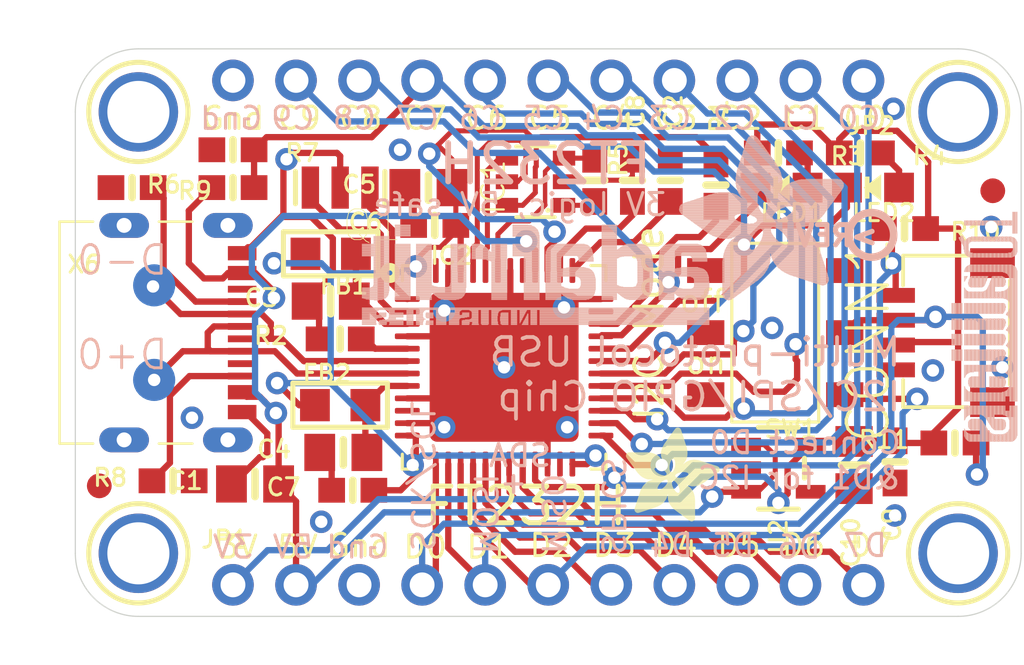
<source format=kicad_pcb>
(kicad_pcb (version 20211014) (generator pcbnew)
  (layers (0 "F.Cu" signal) (31 "B.Cu" signal) (34 "B.Paste" user) (35 "F.Paste" user) (36 "B.SilkS" user "B.Silkscreen") (37 "F.SilkS" user "F.Silkscreen") (38 "B.Mask" user) (39 "F.Mask" user) (44 "Edge.Cuts" user))
  (net 0 "")
  (net 1 "GND")
  (net 2 "+5V")
  (net 3 "D+")
  (net 4 "D-")
  (net 5 "N$2")
  (net 6 "N$3")
  (net 7 "1.8V")
  (net 8 "+3V3")
  (net 9 "VCCA")
  (net 10 "VPLL")
  (net 11 "VPHY")
  (net 12 "N$7")
  (net 13 "N$5")
  (net 14 "C8")
  (net 15 "C9")
  (net 16 "N$6")
  (net 17 "N$8")
  (net 18 "N$9")
  (net 19 "N$10")
  (net 20 "N$11")
  (net 21 "N$12")
  (net 22 "C7")
  (net 23 "D0/SCL/SCK")
  (net 24 "D1/SDA/MOSI")
  (net 25 "D2/SDA/MISO")
  (net 26 "D3")
  (net 27 "D4")
  (net 28 "D5")
  (net 29 "D6")
  (net 30 "D7")
  (net 31 "C0")
  (net 32 "C1")
  (net 33 "C2")
  (net 34 "C3")
  (net 35 "C4")
  (net 36 "C5")
  (net 37 "C6")
  (net 38 "CC1")
  (net 39 "CC2")
  (net 40 "VCC")
  (footprint "boardEagle:CHIPLED_0805_NOOUTLINE" (layer "F.Cu") (at 157.8991 99.1616 90)
    (fp_text reference "LED1")
    (fp_text value "green")
  )
  (footprint "boardEagle:0805-NO" (layer "F.Cu") (at 140.2461 109.8296 180)
    (fp_text reference "C4")
    (fp_text value "10uF")
  )
  (footprint "boardEagle:0603-NO" (layer "F.Cu") (at 162.4711 110.2106 -90)
    (fp_text reference "C9")
    (fp_text value "0.1uF")
  )
  (footprint "boardEagle:0603-NO" (layer "F.Cu") (at 153.416 98.8695 90)
    (fp_text reference "C2")
    (fp_text value "0.1uF")
  )
  (footprint "boardEagle:MOUNTINGHOLE_2.5_PLATED" (layer "F.Cu") (at 165.0111 113.8936)
    (fp_text reference "U$7" hide)
    (fp_text value "MOUNTINGHOLE2.5" hide)
  )
  (footprint "boardEagle:0603-NO" (layer "F.Cu") (at 155.2575 99.06 90)
    (fp_text reference "R1")
    (fp_text value "12K")
  )
  (footprint "boardEagle:SOT23-5" (layer "F.Cu") (at 157.7721 110.4646 -90)
    (fp_text reference "U2")
    (fp_text value "AP2112-3.3")
  )
  (footprint "boardEagle:0603-NO" (layer "F.Cu") (at 150.373412 98.871304 -90)
    (fp_text reference "R5")
    (fp_text value "2.2K")
  )
  (footprint "boardEagle:0603-NO" (layer "F.Cu") (at 157.7721 97.7646)
    (fp_text reference "R3")
    (fp_text value "1K")
  )
  (footprint "boardEagle:0603-NO" (layer "F.Cu") (at 161.0741 97.7646)
    (fp_text reference "R4")
    (fp_text value "1K")
  )
  (footprint "boardEagle:JST_SH4" (layer "F.Cu") (at 165.0111 105.0036 90)
    (fp_text reference "CONN1")
    (fp_text value "STEMMA_I2C_QT" hide)
  )
  (footprint "boardEagle:SOT23-6" (layer "F.Cu") (at 147.987493 98.925654 90)
    (fp_text reference "IC1")
    (fp_text value "93LC56B")
  )
  (footprint "boardEagle:0805-NO" (layer "F.Cu") (at 160.8201 110.3376 -90)
    (fp_text reference "C10")
    (fp_text value "10µF")
  )
  (footprint "boardEagle:CHIPLED_0805_NOOUTLINE" (layer "F.Cu") (at 161.5821 99.1616 90)
    (fp_text reference "LED2")
    (fp_text value "red")
  )
  (footprint "boardEagle:0603-NO" (layer "F.Cu") (at 135.8011 99.1616 180)
    (fp_text reference "R6")
    (fp_text value "5.1K")
  )
  (footprint "boardEagle:0805-NO" (layer "F.Cu") (at 136.6901 111.0996 180)
    (fp_text reference "C1")
    (fp_text value "10uF")
  )
  (footprint "boardEagle:ADAFRUIT_3.5MM" (layer "F.Cu") (at 151.6126 112.6236)
    (fp_text reference "U$2" hide)
    (fp_text value "" hide)
  )
  (footprint "boardEagle:0603-NO" (layer "F.Cu") (at 140.6271 111.3536 180)
    (fp_text reference "C7")
    (fp_text value "0.1uF")
  )
  (footprint "boardEagle:_0805" (layer "F.Cu") (at 139.7381 101.8286 180)
    (fp_text reference "FB1")
    (fp_text value "Ferrite")
  )
  (footprint "boardEagle:EG1390" (layer "F.Cu") (at 157.6451 105.0036 90)
    (fp_text reference "SW1")
    (fp_text value "")
  )
  (footprint "boardEagle:MOUNTINGHOLE_2.5_PLATED" (layer "F.Cu") (at 131.9911 96.1136)
    (fp_text reference "U$4" hide)
    (fp_text value "MOUNTINGHOLE2.5" hide)
  )
  (footprint "boardEagle:0603-NO" (layer "F.Cu") (at 135.8011 97.6376)
    (fp_text reference "R7")
    (fp_text value "12K")
  )
  (footprint "boardEagle:1X11_ROUND" (layer "F.Cu") (at 148.5011 115.1636)
    (fp_text reference "JP1")
    (fp_text value "")
  )
  (footprint "boardEagle:0603-NO" (layer "F.Cu") (at 164.8841 109.4486 180)
    (fp_text reference "R11")
    (fp_text value "12K")
  )
  (footprint "boardEagle:0603-NO" (layer "F.Cu") (at 151.892 98.8695 90)
    (fp_text reference "C8")
    (fp_text value "0.1uF")
  )
  (footprint "boardEagle:_0805" (layer "F.Cu") (at 140.1191 107.9246)
    (fp_text reference "FB2")
    (fp_text value "Ferrite")
  )
  (footprint "boardEagle:0603-NO" (layer "F.Cu") (at 133.3881 110.9726 180)
    (fp_text reference "R8")
    (fp_text value "5.1K")
  )
  (footprint "boardEagle:MOUNTINGHOLE_2.5_PLATED" (layer "F.Cu") (at 131.9911 113.8936)
    (fp_text reference "U$5" hide)
    (fp_text value "MOUNTINGHOLE2.5" hide)
  )
  (footprint "boardEagle:FIDUCIAL_1MM" (layer "F.Cu") (at 166.4081 99.2886)
    (fp_text reference "FID2" hide)
    (fp_text value "FIDUCIAL\"\"" hide)
  )
  (footprint "boardEagle:MOUNTINGHOLE_2.5_PLATED" (layer "F.Cu") (at 165.0111 96.1136)
    (fp_text reference "U$6" hide)
    (fp_text value "MOUNTINGHOLE2.5" hide)
  )
  (footprint "boardEagle:0603-NO" (layer "F.Cu") (at 162.8521 100.8126)
    (fp_text reference "R10")
    (fp_text value "12K")
  )
  (footprint "boardEagle:USB_C_CUSB31-CFM2AX-01-X" (layer "F.Cu") (at 132.6261 105.0036 -90)
    (fp_text reference "X6")
    (fp_text value "USBC")
  )
  (footprint "boardEagle:QFN48_8MM" (layer "F.Cu") (at 146.7231 106.4006)
    (fp_text reference "IC2")
    (fp_text value "FT232HQ")
  )
  (footprint "boardEagle:FIDUCIAL_1MM" (layer "F.Cu") (at 130.4163 111.1758)
    (fp_text reference "FID1" hide)
    (fp_text value "FIDUCIAL\"\"" hide)
  )
  (footprint "boardEagle:0805-NO" (layer "F.Cu") (at 143.6751 99.1616 180)
    (fp_text reference "C5")
    (fp_text value "10uF")
  )
  (footprint "boardEagle:0603-NO" (layer "F.Cu") (at 131.7371 99.1616)
    (fp_text reference "R9")
    (fp_text value "5.1K")
  )
  (footprint "boardEagle:RESONATOR-SMD" (layer "F.Cu") (at 140.1191 99.1616 180)
    (fp_text reference "Q1")
    (fp_text value "12MHz")
  )
  (footprint "boardEagle:0603-NO" (layer "F.Cu") (at 140.1191 105.2576 180)
    (fp_text reference "R2")
    (fp_text value "12K 1%")
  )
  (footprint "boardEagle:0603-NO" (layer "F.Cu") (at 143.9291 100.6856 180)
    (fp_text reference "C6")
    (fp_text value "0.1uF")
  )
  (footprint "boardEagle:1X11_ROUND" (layer "F.Cu") (at 148.5011 94.8436 180)
    (fp_text reference "JP2")
    (fp_text value "")
  )
  (footprint "boardEagle:0805-NO" (layer "F.Cu") (at 139.7381 103.7336 180)
    (fp_text reference "C3")
    (fp_text value "10uF")
  )
  (footprint "boardEagle:TP17R" (layer "B.Cu") (at 132.6261 106.9086 180)
    (fp_text reference "D+0")
    (fp_text value "TPTP17R")
  )
  (footprint "boardEagle:PCBFEAT-REV-040" (layer "B.Cu") (at 161.5186 101.0666 180)
    (fp_text reference "U$11" hide)
    (fp_text value "" hide)
  )
  (footprint "boardEagle:STEMMAQT" (layer "B.Cu") (at 164.7571 109.3851 90)
    (fp_text reference "U$8" hide)
    (fp_text value "" hide)
  )
  (footprint "boardEagle:TP17R" (layer "B.Cu") (at 132.6261 103.0986 180)
    (fp_text reference "D-0")
    (fp_text value "TPTP17R")
  )
  (footprint "boardEagle:ADAFRUIT_TEXT_20MM" (layer "B.Cu") (at 160.5661 104.6861 180)
    (fp_text reference "U$3" hide)
    (fp_text value "" hide)
  )
  (gr_arc (start 129.4511 96.1136) (mid 130.195049 94.317549) (end 131.9911 93.5736) (layer "Edge.Cuts") (width 0.05))
  (gr_line (start 165.0111 93.5736) (end 131.9911 93.5736) (layer "Edge.Cuts") (width 0.05))
  (gr_arc (start 131.9911 116.4336) (mid 130.195049 115.689651) (end 129.4511 113.8936) (layer "Edge.Cuts") (width 0.05))
  (gr_arc (start 165.0111 93.5736) (mid 166.807151 94.317549) (end 167.5511 96.1136) (layer "Edge.Cuts") (width 0.05))
  (gr_arc (start 167.5511 113.8936) (mid 166.807151 115.689651) (end 165.0111 116.4336) (layer "Edge.Cuts") (width 0.05))
  (gr_line (start 131.9911 116.4336) (end 165.0111 116.4336) (layer "Edge.Cuts") (width 0.05))
  (gr_line (start 129.4511 96.1136) (end 129.4511 113.8936) (layer "Edge.Cuts") (width 0.05))
  (gr_line (start 167.5511 113.8936) (end 167.5511 96.1136) (layer "Edge.Cuts") (width 0.05))
  (gr_text "C9" (at 139.1666 96.3676) (layer "B.SilkS") (effects (font (size 0.89408 0.89408) (thickness 0.12192)) (justify left mirror)))
  (gr_text "C8" (at 141.6431 96.3676) (layer "B.SilkS") (effects (font (size 0.89408 0.89408) (thickness 0.12192)) (justify left mirror)))
  (gr_text "3V" (at 135.8011 113.6396) (layer "B.SilkS") (effects (font (size 0.89408 0.89408) (thickness 0.12192)) (justify mirror)))
  (gr_text "C6" (at 146.7231 96.3676) (layer "B.SilkS") (effects (font (size 0.89408 0.89408) (thickness 0.12192)) (justify left mirror)))
  (gr_text "Gnd" (at 140.8176 113.6396) (layer "B.SilkS") (effects (font (size 0.89408 0.89408) (thickness 0.12192)) (justify mirror)))
  (gr_text "D6" (at 158.5976 113.6396) (layer "B.SilkS") (effects (font (size 0.89408 0.89408) (thickness 0.12192)) (justify mirror)))
  (gr_text "C0" (at 161.9631 96.3676) (layer "B.SilkS") (effects (font (size 0.89408 0.89408) (thickness 0.12192)) (justify left mirror)))
  (gr_text "MISO" (at 148.6916 112.3061 -90) (layer "B.SilkS") (effects (font (size 0.89408 0.89408) (thickness 0.12192)) (justify mirror)))
  (gr_text "C2" (at 156.9466 96.3676) (layer "B.SilkS") (effects (font (size 0.89408 0.89408) (thickness 0.12192)) (justify left mirror)))
  (gr_text "SPICS" (at 151.1046 111.9886 -90) (layer "B.SilkS") (effects (font (size 0.89408 0.89408) (thickness 0.12192)) (justify mirror)))
  (gr_text "D5" (at 155.9306 113.5761) (layer "B.SilkS") (effects (font (size 0.89408 0.89408) (thickness 0.12192)) (justify mirror)))
  (gr_text "+" (at 147.7391 111.0361) (layer "B.SilkS") (effects (font (size 0.88392 0.88392) (thickness 0.13208)) (justify left mirror)))
  (gr_text "C7" (at 144.1831 96.3676) (layer "B.SilkS") (effects (font (size 0.89408 0.89408) (thickness 0.12192)) (justify left mirror)))
  (gr_text "SDA" (at 148.6916 109.9566) (layer "B.SilkS") (effects (font (size 0.88392 0.88392) (thickness 0.13208)) (justify left mirror)))
  (gr_text "C5" (at 149.2631 96.3676) (layer "B.SilkS") (effects (font (size 0.89408 0.89408) (thickness 0.12192)) (justify left mirror)))
  (gr_text "5V" (at 138.2141 113.6396) (layer "B.SilkS") (effects (font (size 0.89408 0.89408) (thickness 0.12192)) (justify mirror)))
  (gr_text "Multi-protocol USB\nI2C/SPI/GPIO Chip" (at 162.7886 108.2421) (layer "B.SilkS") (effects (font (size 1.1176 1.1176) (thickness 0.1524)) (justify left bottom mirror)))
  (gr_text "C1" (at 159.4866 96.3676) (layer "B.SilkS") (effects (font (size 0.89408 0.89408) (thickness 0.12192)) (justify left mirror)))
  (gr_text "C3" (at 154.3431 96.3676) (layer "B.SilkS") (effects (font (size 0.89408 0.89408) (thickness 0.12192)) (justify left mirror)))
  (gr_text "Connect D0\n&D1 for I2C" (at 162.7886 110.1471) (layer "B.SilkS") (effects (font (size 0.88392 0.88392) (thickness 0.13208)) (justify left mirror)))
  (gr_text "SCK/SCL" (at 143.4211 110.7821 -90) (layer "B.SilkS") (effects (font (size 0.89408 0.89408) (thickness 0.12192)) (justify mirror)))
  (gr_text "FT232H" (at 148.3741 98.2091) (layer "B.SilkS") (effects (font (size 1.54686 1.54686) (thickness 0.23114)) (justify mirror)))
  (gr_text "3V logic, 5V safe" (at 153.3271 100.3681) (layer "B.SilkS") (effects (font (size 0.89408 0.89408) (thickness 0.12192)) (justify left bottom mirror)))
  (gr_text "D7" (at 161.2646 113.5761) (layer "B.SilkS") (effects (font (size 0.89408 0.89408) (thickness 0.12192)) (justify mirror)))
  (gr_text "D4" (at 153.4541 113.5761) (layer "B.SilkS") (effects (font (size 0.89408 0.89408) (thickness 0.12192)) (justify mirror)))
  (gr_text "Gnd" (at 137.0711 96.3676) (layer "B.SilkS") (effects (font (size 0.89408 0.89408) (thickness 0.12192)) (justify left mirror)))
  (gr_text "MOSI" (at 145.9611 112.3061 -90) (layer "B.SilkS") (effects (font (size 0.89408 0.89408) (thickness 0.12192)) (justify mirror)))
  (gr_text "C4" (at 151.6761 96.3676) (layer "B.SilkS") (effects (font (size 0.89408 0.89408) (thickness 0.12192)) (justify left mirror)))
  (gr_text "D1" (at 147.0406 113.6396) (layer "F.SilkS") (effects (font (size 0.89408 0.89408) (thickness 0.12192)) (justify right)))
  (gr_text "C2" (at 155.2956 96.3676) (layer "F.SilkS") (effects (font (size 0.89408 0.89408) (thickness 0.12192)) (justify left)))
  (gr_text "off" (at 154.7241 103.7336) (layer "F.SilkS") (effects (font (size 0.89408 0.89408) (thickness 0.12192))))
  (gr_text "C4" (at 150.1521 96.3676) (layer "F.SilkS") (effects (font (size 0.89408 0.89408) (thickness 0.12192)) (justify left)))
  (gr_text "Gnd" (at 134.4676 96.3676) (layer "F.SilkS") (effects (font (size 0.89408 0.89408) (thickness 0.12192)) (justify left)))
  (gr_text "D5" (at 155.2321 113.5761) (layer "F.SilkS") (effects (font (size 0.89408 0.89408) (thickness 0.12192)) (justify left)))
  (gr_text "C5" (at 147.6121 96.3676) (layer "F.SilkS") (effects (font (size 0.89408 0.89408) (thickness 0.12192)) (justify left)))
  (gr_text "I2C Mode" (at 152.5651 104.6226 90) (layer "F.SilkS") (effects (font (size 1.1176 1.1176) (thickness 0.1524))))
  (gr_text "on" (at 154.8511 106.2101) (layer "F.SilkS") (effects (font (size 0.89408 0.89408) (thickness 0.12192))))
  (gr_text "D6" (at 159.7406 113.5761) (layer "F.SilkS") (effects (font (size 0.89408 0.89408) (thickness 0.12192)) (justify right)))
  (gr_text "C3" (at 152.6921 96.3676) (layer "F.SilkS") (effects (font (size 0.89408 0.89408) (thickness 0.12192)) (justify left)))
  (gr_text "D7" (at 160.5661 113.5761) (layer "F.SilkS") (effects (font (size 0.89408 0.89408) (thickness 0.12192)) (justify left)))
  (gr_text "D4" (at 154.5971 113.5761) (layer "F.SilkS") (effects (font (size 0.89408 0.89408) (thickness 0.12192)) (justify right)))
  (gr_text "C9" (at 137.5156 96.3676) (layer "F.SilkS") (effects (font (size 0.89408 0.89408) (thickness 0.12192)) (justify left)))
  (gr_text "C0" (at 160.3121 96.3676) (layer "F.SilkS") (effects (font (size 0.89408 0.89408) (thickness 0.12192)) (justify left)))
  (gr_text "D3" (at 152.1206 113.5761) (layer "F.SilkS") (effects (font (size 0.89408 0.89408) (thickness 0.12192)) (justify right)))
  (gr_text "D2" (at 149.5806 113.5761) (layer "F.SilkS") (effects (font (size 0.89408 0.89408) (thickness 0.12192)) (justify right)))
  (gr_text "C6" (at 145.0721 96.3676) (layer "F.SilkS") (effects (font (size 0.89408 0.89408) (thickness 0.12192)) (justify left)))
  (gr_text "5V" (at 137.5156 113.6396) (layer "F.SilkS") (effects (font (size 0.89408 0.89408) (thickness 0.12192)) (justify left)))
  (gr_text "D0" (at 142.5956 113.6396) (layer "F.SilkS") (effects (font (size 0.89408 0.89408) (thickness 0.12192)) (justify left)))
  (gr_text "C8" (at 139.9921 96.3676) (layer "F.SilkS") (effects (font (size 0.89408 0.89408) (thickness 0.12192)) (justify left)))
  (gr_text "FT232H" (at 151.8031 111.9886) (layer "F.SilkS") (effects (font (size 1.475232 1.475232) (thickness 0.201168)) (justify right)))
  (gr_text "Gnd" (at 139.5476 113.5761) (layer "F.SilkS") (effects (font (size 0.89408 0.89408) (thickness 0.12192)) (justify left)))
  (gr_text "C7" (at 142.5956 96.3676) (layer "F.SilkS") (effects (font (size 0.89408 0.89408) (thickness 0.12192)) (justify left)))
  (gr_text "3V" (at 135.1026 113.6396) (layer "F.SilkS") (effects (font (size 0.89408 0.89408) (thickness 0.12192)) (justify left)))
  (gr_text "C1" (at 157.8991 96.3676) (layer "F.SilkS") (effects (font (size 0.89408 0.89408) (thickness 0.12192)) (justify left)))
  (segment (start 137.1829 109.0676) (end 137.1829 109.8448) (width 0.254) (layer "F.Cu") (net 1))
  (segment (start 146.9731 102.5006) (end 146.9731 104.4956) (width 0.254) (layer "F.Cu") (net 1))
  (segment (start 148.4731 108.5316) (end 146.7231 106.7816) (width 0.254) (layer "F.Cu") (net 1))
  (segment (start 139.7771 110.3106) (end 139.7771 111.3536) (width 0.254) (layer "F.Cu") (net 1))
  (segment (start 142.8231 107.6506) (end 145.7271 107.6506) (width 0.254) (layer "F.Cu") (net 1))
  (segment (start 151.720096 98.863604) (end 151.892 98.6917) (width 0.2032) (layer "F.Cu") (net 1))
  (segment (start 151.892 98.6917) (end 151.892 98.0195) (width 0.2032) (layer "F.Cu") (net 1))
  (segment (start 146.7231 106.7816) (end 146.5961 106.7816) (width 0.254) (layer "F.Cu") (net 1))
  (segment (start 144.4731 102.5006) (end 144.4731 105.1666) (width 0.254) (layer "F.Cu") (net 1))
  (segment (start 146.9731 104.4956) (end 146.9731 106.1506) (width 0.254) (layer "F.Cu") (net 1))
  (segment (start 145.7271 107.6506) (end 146.4691 106.9086) (width 0.254) (layer "F.Cu") (net 1))
  (segment (start 138.7881 103.7336) (end 139.8239 102.6978) (width 0.254) (layer "F.Cu") (net 1))
  (segment (start 144.7271 108.6506) (end 145.7271 107.6506) (width 0.254) (layer "F.Cu") (net 1))
  (segment (start 139.2961 109.8296) (end 139.7771 110.3106) (width 0.254) (layer "F.Cu") (net 1))
  (segment (start 136.3189 108.2036) (end 137.1829 109.0676) (width 0.254) (layer "F.Cu") (net 1))
  (segment (start 139.9921 97.7646) (end 140.1191 97.8916) (width 0.254) (layer "F.Cu") (net 1))
  (segment (start 140.1191 97.8916) (end 140.1191 99.1616) (width 0.254) (layer "F.Cu") (net 1))
  (segment (start 136.1711 101.8036) (end 136.4069 101.5678) (width 0.254) (layer "F.Cu") (net 1))
  (segment (start 149.137493 98.925654) (end 149.199543 98.863604) (width 0.2032) (layer "F.Cu") (net 1))
  (segment (start 138.952275 100.3418) (end 137.8331 100.3418) (width 0.254) (layer "F.Cu") (net 1))
  (segment (start 150.6231 103.6506) (end 147.8181 103.6506) (width 0.254) (layer "F.Cu") (net 1))
  (segment (start 139.2691 104.2146) (end 139.2691 105.2576) (width 0.254) (layer "F.Cu") (net 1))
  (segment (start 144.4571 105.1506) (end 144.4731 105.1666) (width 0.254) (layer "F.Cu") (net 1))
  (segment (start 144.4731 105.1666) (end 146.2151 106.9086) (width 0.254) (layer "F.Cu") (net 1))
  (segment (start 139.8239 102.6978) (end 139.8239 101.213425) (width 0.254) (layer "F.Cu") (net 1))
  (segment (start 136.51635 101.5678) (end 137.8331 100.25105) (width 0.254) (layer "F.Cu") (net 1))
  (segment (start 137.8331 100.25105) (end 137.8331 98.1456) (width 0.254) (layer "F.Cu") (net 1))
  (segment (start 146.4691 106.9086) (end 146.5961 106.7816) (width 0.254) (layer "F.Cu") (net 1))
  (segment (start 142.8231 108.6506) (end 144.7271 108.6506) (width 0.254) (layer "F.Cu") (net 1))
  (segment (start 147.8181 103.6506) (end 146.9731 104.4956) (width 0.254) (layer "F.Cu") (net 1))
  (segment (start 137.0083 110.0194) (end 136.883325 110.0194) (width 0.254) (layer "F.Cu") (net 1))
  (segment (start 142.8231 105.1506) (end 144.4571 105.1506) (width 0.254) (layer "F.Cu") (net 1))
  (segment (start 136.883325 110.0194) (end 135.803125 111.0996) (width 0.254) (layer "F.Cu") (net 1))
  (segment (start 146.2151 106.9086) (end 146.4691 106.9086) (width 0.254) (layer "F.Cu") (net 1))
  (segment (start 137.8331 98.1456) (end 138.2141 97.7646) (width 0.254) (layer "F.Cu") (net 1))
  (segment (start 146.7231 106.6546) (end 146.7231 106.4006) (width 0.254) (layer "F.Cu") (net 1))
  (segment (start 138.2141 97.7646) (end 139.9921 97.7646) (width 0.254) (layer "F.Cu") (net 1))
  (segment (start 136.1711 108.2036) (end 136.3189 108.2036) (width 0.254) (layer "F.Cu") (net 1))
  (segment (start 136.4069 101.5678) (end 136.51635 101.5678) (width 0.254) (layer "F.Cu") (net 1))
  (segment (start 135.803125 111.0996) (end 135.7401 111.0996) (width 0.254) (layer "F.Cu") (net 1))
  (segment (start 137.1829 109.8448) (end 137.0083 110.0194) (width 0.254) (layer "F.Cu") (net 1))
  (segment (start 146.5961 106.7816) (end 146.7231 106.6546) (width 0.254) (layer "F.Cu") (net 1))
  (segment (start 148.4731 110.3006) (end 148.4731 108.5316) (width 0.254) (layer "F.Cu") (net 1))
  (segment (start 146.9731 106.1506) (end 146.7231 106.4006) (width 0.254) (layer "F.Cu") (net 1))
  (segment (start 149.199543 98.863604) (end 151.720096 98.863604) (width 0.2032) (layer "F.Cu") (net 1))
  (segment (start 143.0791 99.5156) (end 143.0791 100.6856) (width 0.254) (layer "F.Cu") (net 1))
  (segment (start 137.8331 100.3418) (end 137.8331 100.25105) (width 0.254) (layer "F.Cu") (net 1))
  (segment (start 142.7251 99.1616) (end 143.0791 99.5156) (width 0.254) (layer "F.Cu") (net 1))
  (segment (start 138.7881 103.7336) (end 139.2691 104.2146) (width 0.254) (layer "F.Cu") (net 1))
  (segment (start 139.8239 101.213425) (end 138.952275 100.3418) (width 0.254) (layer "F.Cu") (net 1))
  (via (at 142.5321 97.6376) (size 0.9064) (drill 0.5) (layers "F.Cu" "B.Cu") (net 1))
  (via (at 162.4711 112.3696) (size 0.9064) (drill 0.5) (layers "F.Cu" "B.Cu") (net 1))
  (via (at 163.9951 106.5276) (size 0.9064) (drill 0.5) (layers "F.Cu" "B.Cu") (net 1))
  (via (at 144.3101 104.1146) (size 0.9064) (drill 0.5) (layers "F.Cu" "B.Cu") (net 1))
  (via (at 166.7891 106.4006) (size 0.9064) (drill 0.5) (layers "F.Cu" "B.Cu") (net 1))
  (via (at 139.3571 112.6236) (size 0.9064) (drill 0.5) (layers "F.Cu" "B.Cu") (net 1))
  (via (at 157.5181 104.8131) (size 0.9064) (drill 0.5) (layers "F.Cu" "B.Cu") (net 1))
  (via (at 144.3101 108.8136) (size 0.9064) (drill 0.5) (layers "F.Cu" "B.Cu") (net 1))
  (via (at 166.3446 100.7491) (size 0.9064) (drill 0.5) (layers "F.Cu" "B.Cu") (net 1))
  (via (at 134.1501 108.4326) (size 0.9064) (drill 0.5) (layers "F.Cu" "B.Cu") (net 1))
  (via (at 146.7231 106.4006) (size 0.9064) (drill 0.5) (layers "F.Cu" "B.Cu") (net 1))
  (via (at 137.9601 98.0186) (size 0.9064) (drill 0.5) (layers "F.Cu" "B.Cu") (net 1))
  (via (at 162.4076 95.9866) (size 0.9064) (drill 0.5) (layers "F.Cu" "B.Cu") (net 1))
  (via (at 149.2631 108.8136) (size 0.9064) (drill 0.5) (layers "F.Cu" "B.Cu") (net 1))
  (via (at 149.1361 103.9876) (size 0.9064) (drill 0.5) (layers "F.Cu" "B.Cu") (net 1))
  (segment (start 136.1711 107.4036) (end 136.3534 107.5859) (width 0.254) (layer "F.Cu") (net 2))
  (segment (start 135.604537 102.6036) (end 135.388537 102.8196) (width 0.254) (layer "F.Cu") (net 2))
  (segment (start 134.0231 102.2096) (end 134.0231 100.0896) (width 0.254) (layer "F.Cu") (net 2))
  (segment (start 156.9491 111.4146) (end 157.6451 110.7186) (width 0.2032) (layer "F.Cu") (net 2))
  (segment (start 147.9731 101.6816) (end 147.6121 101.3206) (width 0.254) (layer "F.Cu") (net 2))
  (segment (start 136.882875 107.5859) (end 137.0763 107.779325) (width 0.254) (layer "F.Cu") (net 2))
  (segment (start 134.6331 102.8196) (end 134.0231 102.2096) (width 0.254) (layer "F.Cu") (net 2))
  (segment (start 157.2031 109.5146) (end 156.472 109.5146) (width 0.2032) (layer "F.Cu") (net 2))
  (segment (start 137.6401 111.0996) (end 137.6401 108.3527) (width 0.254) (layer "F.Cu") (net 2))
  (segment (start 136.1711 102.6036) (end 135.604537 102.6036) (width 0.254) (layer "F.Cu") (net 2))
  (segment (start 135.388537 102.8196) (end 134.6331 102.8196) (width 0.254) (layer "F.Cu") (net 2))
  (segment (start 156.472 111.4146) (end 156.9491 111.4146) (width 0.2032) (layer "F.Cu") (net 2))
  (segment (start 138.3411 111.8006) (end 138.3411 115.1636) (width 0.254) (layer "F.Cu") (net 2))
  (segment (start 157.6451 109.9566) (end 157.2031 109.5146) (width 0.2032) (layer "F.Cu") (net 2))
  (segment (start 137.0763 107.779325) (end 137.0763 107.7889) (width 0.254) (layer "F.Cu") (net 2))
  (segment (start 136.3534 107.5859) (end 136.882875 107.5859) (width 0.254) (layer "F.Cu") (net 2))
  (segment (start 147.9731 102.5006) (end 147.9731 101.6816) (width 0.254) (layer "F.Cu") (net 2))
  (segment (start 134.0231 100.0896) (end 134.9511 99.1616) (width 0.254) (layer "F.Cu") (net 2))
  (segment (start 137.6401 111.0996) (end 138.3411 111.8006) (width 0.254) (layer "F.Cu") (net 2))
  (segment (start 155.2981 111.4146) (end 155.1051 111.6076) (width 0.254) (layer "F.Cu") (net 2))
  (segment (start 137.4521 103.3526) (end 136.7031 102.6036) (width 0.254) (layer "F.Cu") (net 2))
  (segment (start 137.0763 107.7889) (end 137.5295 108.2421) (width 0.254) (layer "F.Cu") (net 2))
  (segment (start 137.6401 108.3527) (end 137.5295 108.2421) (width 0.254) (layer "F.Cu") (net 2))
  (segment (start 136.1711 102.6036) (end 136.7031 102.6036) (width 0.254) (layer "F.Cu") (net 2))
  (segment (start 157.6451 110.7186) (end 157.6451 109.9566) (width 0.2032) (layer "F.Cu") (net 2))
  (segment (start 156.472 111.4146) (end 155.2981 111.4146) (width 0.254) (layer "F.Cu") (net 2))
  (segment (start 137.4521 103.3526) (end 137.4521 103.6066) (width 0.254) (layer "F.Cu") (net 2))
  (via (at 137.5295 108.2421) (size 0.9064) (drill 0.5) (layers "F.Cu" "B.Cu") (net 2))
  (via (at 147.6121 101.3206) (size 0.9064) (drill 0.5) (layers "F.Cu" "B.Cu") (net 2))
  (via (at 137.4521 103.6066) (size 0.9064) (drill 0.5) (layers "F.Cu" "B.Cu") (net 2))
  (via (at 155.1051 111.6076) (size 0.9064) (drill 0.5) (layers "F.Cu" "B.Cu") (net 2))
  (segment (start 136.6901 107.4027) (end 137.5295 108.2421) (width 0.254) (layer "B.Cu") (net 2))
  (segment (start 155.1051 111.6076) (end 155.1051 111.7346) (width 0.254) (layer "B.Cu") (net 2))
  (segment (start 138.3411 115.1636) (end 138.9761 115.1636) (width 0.254) (layer "B.Cu") (net 2))
  (segment (start 137.8331 100.3046) (end 136.5631 101.5746) (width 0.254) (layer "B.Cu") (net 2))
  (segment (start 137.4521 103.6066) (end 137.4521 103.4796) (width 0.254) (layer "B.Cu") (net 2))
  (segment (start 144.9451 100.3046) (end 137.8331 100.3046) (width 0.254) (layer "B.Cu") (net 2))
  (segment (start 154.5971 112.2426) (end 141.8971 112.2426) (width 0.254) (layer "B.Cu") (net 2))
  (segment (start 137.4521 103.6066) (end 136.6901 104.3686) (width 0.254) (layer "B.Cu") (net 2))
  (segment (start 136.5631 101.5746) (end 136.5631 102.5906) (width 0.254) (layer "B.Cu") (net 2))
  (segment (start 137.4521 103.4796) (end 136.5631 102.5906) (width 0.254) (layer "B.Cu") (net 2))
  (segment (start 155.1051 111.7346) (end 154.5971 112.2426) (width 0.254) (layer "B.Cu") (net 2))
  (segment (start 147.6121 101.3206) (end 145.9611 101.3206) (width 0.254) (layer "B.Cu") (net 2))
  (segment (start 145.9611 101.3206) (end 144.9451 100.3046) (width 0.254) (layer "B.Cu") (net 2))
  (segment (start 136.6901 104.3686) (end 136.6901 107.4027) (width 0.254) (layer "B.Cu") (net 2))
  (segment (start 141.8971 112.2426) (end 138.9761 115.1636) (width 0.254) (layer "B.Cu") (net 2))
  (segment (start 134.7851 105.0036) (end 135.0351 104.7536) (width 0.254) (layer "F.Cu") (net 3))
  (segment (start 138.384043 106.6506) (end 137.487043 105.7536) (width 0.254) (layer "F.Cu") (net 3))
  (segment (start 138.384043 106.6506) (end 142.8231 106.6506) (width 0.254) (layer "F.Cu") (net 3))
  (segment (start 136.1711 105.7536) (end 134.9001 105.7536) (width 0.254) (layer "F.Cu") (net 3))
  (segment (start 136.1711 105.7536) (end 133.7811 105.7536) (width 0.254) (layer "F.Cu") (net 3))
  (segment (start 134.7851 105.6386) (end 134.7851 105.0036) (width 0.254) (layer "F.Cu") (net 3))
  (segment (start 133.7811 105.7536) (end 132.6261 106.9086) (width 0.254) (layer "F.Cu") (net 3))
  (segment (start 135.0351 104.7536) (end 136.1711 104.7536) (width 0.254) (layer "F.Cu") (net 3))
  (segment (start 136.1711 105.7536) (end 137.487043 105.7536) (width 0.254) (layer "F.Cu") (net 3))
  (segment (start 134.9001 105.7536) (end 134.7851 105.6386) (width 0.254) (layer "F.Cu") (net 3))
  (via (at 132.6261 106.9086) (size 0.9064) (drill 0.5) (layers "F.Cu" "B.Cu") (net 3))
  (segment (start 136.9561 104.2536) (end 136.1711 104.2536) (width 0.254) (layer "F.Cu") (net 4))
  (segment (start 137.1981 105.2536) (end 137.760625 105.2536) (width 0.254) (layer "F.Cu") (net 4))
  (segment (start 137.3251 105.1266) (end 137.3251 104.6226) (width 0.254) (layer "F.Cu") (net 4))
  (segment (start 137.1981 105.2536) (end 137.3251 105.1266) (width 0.254) (layer "F.Cu") (net 4))
  (segment (start 137.3251 104.6226) (end 136.9561 104.2536) (width 0.254) (layer "F.Cu") (net 4))
  (segment (start 136.1711 105.2536) (end 137.1981 105.2536) (width 0.254) (layer "F.Cu") (net 4))
  (segment (start 138.657625 106.1506) (end 137.760625 105.2536) (width 0.254) (layer "F.Cu") (net 4))
  (segment (start 138.657625 106.1506) (end 142.8231 106.1506) (width 0.254) (layer "F.Cu") (net 4))
  (segment (start 133.6892 104.2536) (end 132.58015 103.14455) (width 0.254) (layer "F.Cu") (net 4))
  (segment (start 136.1711 104.2536) (end 133.6892 104.2536) (width 0.254) (layer "F.Cu") (net 4))
  (via (at 132.58015 103.14455) (size 0.9064) (drill 0.5) (layers "F.Cu" "B.Cu") (net 4))
  (segment (start 132.58015 103.14455) (end 132.6261 103.0986) (width 0.254) (layer "B.Cu") (net 4))
  (segment (start 142.2114 100.861319) (end 142.2114 103.0389) (width 0.254) (layer "F.Cu") (net 5))
  (segment (start 141.3191 99.969019) (end 142.2114 100.861319) (width 0.254) (layer "F.Cu") (net 5))
  (segment (start 141.3191 99.1616) (end 141.3191 99.969019) (width 0.254) (layer "F.Cu") (net 5))
  (segment (start 142.2114 103.0389) (end 142.8231 103.6506) (width 0.254) (layer "F.Cu") (net 5))
  (segment (start 142.8231 104.1506) (end 142.1881 104.1506) (width 0.254) (layer "F.Cu") (net 6))
  (segment (start 141.7542 101.0507) (end 141.7542 103.7167) (width 0.254) (layer "F.Cu") (net 6))
  (segment (start 138.9944 99.703875) (end 140.138925 100.8484) (width 0.254) (layer "F.Cu") (net 6))
  (segment (start 138.9191 99.1616) (end 138.9944 99.2369) (width 0.254) (layer "F.Cu") (net 6))
  (segment (start 141.7542 103.7167) (end 142.1881 104.1506) (width 0.254) (layer "F.Cu") (net 6))
  (segment (start 138.9944 99.2369) (end 138.9944 99.703875) (width 0.254) (layer "F.Cu") (net 6))
  (segment (start 141.5519 100.8484) (end 141.7542 101.0507) (width 0.254) (layer "F.Cu") (net 6))
  (segment (start 140.138925 100.8484) (end 141.5519 100.8484) (width 0.254) (layer "F.Cu") (net 6))
  (segment (start 150.0251 100.8126) (end 151.3586 100.8126) (width 0.254) (layer "F.Cu") (net 7))
  (segment (start 151.892 99.7195) (end 151.892 100.2792) (width 0.254) (layer "F.Cu") (net 7))
  (segment (start 151.892 100.2792) (end 151.3586 100.8126) (width 0.254) (layer "F.Cu") (net 7))
  (segment (start 148.9731 101.8646) (end 150.0251 100.8126) (width 0.254) (layer "F.Cu") (net 7))
  (segment (start 148.9731 102.5006) (end 148.9731 101.8646) (width 0.254) (layer "F.Cu") (net 7))
  (segment (start 160.8201 109.3876) (end 160.8471 109.3606) (width 0.254) (layer "F.Cu") (net 8))
  (segment (start 163.7021 100.8126) (end 163.8046 100.8126) (width 0.254) (layer "F.Cu") (net 8))
  (segment (start 160.2241 97.7646) (end 160.2241 97.2176) (width 0.254) (layer "F.Cu") (net 8))
  (segment (start 162.551937 96.8756) (end 163.8046 98.128263) (width 0.254) (layer "F.Cu") (net 8))
  (segment (start 156.9221 96.6216) (end 159.0811 96.6216) (width 0.254) (layer "F.Cu") (net 8))
  (segment (start 163.8046 98.128263) (end 163.8046 100.8126) (width 0.254) (layer "F.Cu") (net 8))
  (segment (start 159.1992 109.3876) (end 160.8201 109.3876) (width 0.254) (layer "F.Cu") (net 8))
  (segment (start 165.0111 105.3846) (end 165.0111 108.0516) (width 0.254) (layer "F.Cu") (net 8))
  (segment (start 159.0722 109.5146) (end 159.1992 109.3876) (width 0.254) (layer "F.Cu") (net 8))
  (segment (start 165.0111 108.0516) (end 164.0341 109.0286) (width 0.254) (layer "F.Cu") (net 8))
  (segment (start 163.8046 100.8126) (end 165.0111 100.8126) (width 0.254) (layer "F.Cu") (net 8))
  (segment (start 156.9221 97.7646) (end 156.9221 96.6216) (width 0.254) (layer "F.Cu") (net 8))
  (segment (start 164.0341 109.0286) (end 164.0341 109.4486) (width 0.254) (layer "F.Cu") (net 8))
  (segment (start 160.2241 97.2176) (end 160.5661 96.8756) (width 0.254) (layer "F.Cu") (net 8))
  (segment (start 165.0111 100.8126) (end 165.0111 105.3846) (width 0.254) (layer "F.Cu") (net 8))
  (segment (start 160.8471 109.3606) (end 162.4711 109.3606) (width 0.254) (layer "F.Cu") (net 8))
  (segment (start 159.0811 96.6216) (end 160.2241 97.7646) (width 0.254) (layer "F.Cu") (net 8))
  (segment (start 158.142 110.4448) (end 158.142 111.4917) (width 0.254) (layer "F.Cu") (net 8))
  (segment (start 164.0341 109.4486) (end 162.5591 109.4486) (width 0.254) (layer "F.Cu") (net 8))
  (segment (start 159.0722 109.5146) (end 158.142 110.4448) (width 0.254) (layer "F.Cu") (net 8))
  (segment (start 162.5591 109.4486) (end 162.4711 109.3606) (width 0.254) (layer "F.Cu") (net 8))
  (segment (start 162.4971 105.5036) (end 162.6161 105.3846) (width 0.254) (layer "F.Cu") (net 8))
  (segment (start 158.142 111.4917) (end 157.7721 111.8616) (width 0.254) (layer "F.Cu") (net 8))
  (segment (start 162.6161 105.3846) (end 165.0111 105.3846) (width 0.254) (layer "F.Cu") (net 8))
  (segment (start 160.5661 96.8756) (end 162.551937 96.8756) (width 0.254) (layer "F.Cu") (net 8))
  (via (at 157.7721 111.8616) (size 0.9064) (drill 0.5) (layers "F.Cu" "B.Cu") (net 8))
  (segment (start 153.7786 111.7132) (end 154.6843 110.8075) (width 0.254) (layer "B.Cu") (net 8))
  (segment (start 139.6111 113.7666) (end 137.1981 113.7666) (width 0.254) (layer "B.Cu") (net 8))
  (segment (start 141.6645 111.7132) (end 153.7786 111.7132) (width 0.254) (layer "B.Cu") (net 8))
  (segment (start 141.6645 111.7132) (end 139.6111 113.7666) (width 0.254) (layer "B.Cu") (net 8))
  (segment (start 157.7721 111.3536) (end 157.7721 111.8616) (width 0.254) (layer "B.Cu") (net 8))
  (segment (start 157.226 110.8075) (end 157.7721 111.3536) (width 0.254) (layer "B.Cu") (net 8))
  (segment (start 135.8011 115.1636) (end 137.1981 113.7666) (width 0.254) (layer "B.Cu") (net 8))
  (segment (start 154.6843 110.8075) (end 157.226 110.8075) (width 0.254) (layer "B.Cu") (net 8))
  (segment (start 153.416 99.7195) (end 153.416 99.8982) (width 0.254) (layer "F.Cu") (net 9))
  (segment (start 153.416 99.8982) (end 151.9566 101.3576) (width 0.254) (layer "F.Cu") (net 9))
  (segment (start 149.4731 102.5006) (end 150.6161 101.3576) (width 0.254) (layer "F.Cu") (net 9))
  (segment (start 151.9566 101.3576) (end 150.6161 101.3576) (width 0.254) (layer "F.Cu") (net 9))
  (segment (start 141.1351 107.9246) (end 141.9091 107.1506) (width 0.254) (layer "F.Cu") (net 10))
  (segment (start 141.1351 109.7686) (end 141.1961 109.8296) (width 0.254) (layer "F.Cu") (net 10))
  (segment (start 141.1351 107.9246) (end 141.1351 109.7686) (width 0.254) (layer "F.Cu") (net 10))
  (segment (start 142.8231 107.1506) (end 141.9091 107.1506) (width 0.254) (layer "F.Cu") (net 10))
  (segment (start 140.6881 103.7336) (end 140.7541 103.6676) (width 0.254) (layer "F.Cu") (net 11))
  (segment (start 142.8231 104.6506) (end 141.9251 104.6506) (width 0.254) (layer "F.Cu") (net 11))
  (segment (start 140.7541 101.8286) (end 140.7541 103.6676) (width 0.254) (layer "F.Cu") (net 11))
  (segment (start 141.0081 103.7336) (end 140.6881 103.7336) (width 0.254) (layer "F.Cu") (net 11))
  (segment (start 141.9251 104.6506) (end 141.0081 103.7336) (width 0.254) (layer "F.Cu") (net 11))
  (segment (start 150.6231 104.6506) (end 151.2671 104.6506) (width 0.254) (layer "F.Cu") (net 12))
  (segment (start 152.453784 102.389391) (end 153.688575 101.1546) (width 0.254) (layer "F.Cu") (net 12))
  (segment (start 152.453784 103.463916) (end 152.453784 102.389391) (width 0.254) (layer "F.Cu") (net 12))
  (segment (start 154.5971 101.1546) (end 153.688575 101.1546) (width 0.254) (layer "F.Cu") (net 12))
  (segment (start 151.2671 104.6506) (end 152.453784 103.463916) (width 0.254) (layer "F.Cu") (net 12))
  (segment (start 155.2575 100.4942) (end 154.5971 101.1546) (width 0.254) (layer "F.Cu") (net 12))
  (segment (start 155.2575 99.91) (end 155.2575 100.4942) (width 0.254) (layer "F.Cu") (net 12))
  (segment (start 142.8231 105.6506) (end 141.5281 105.6506) (width 0.254) (layer "F.Cu") (net 13))
  (segment (start 141.1351 105.2576) (end 140.9691 105.2576) (width 0.254) (layer "F.Cu") (net 13))
  (segment (start 141.5281 105.6506) (end 141.1351 105.2576) (width 0.254) (layer "F.Cu") (net 13))
  (segment (start 157.160618 100.6856) (end 159.8041 100.6856) (width 0.254) (layer "F.Cu") (net 14))
  (segment (start 153.768943 103.7162) (end 155.41825 103.7162) (width 0.254) (layer "F.Cu") (net 14))
  (segment (start 160.5321 99.1616) (end 160.5321 99.9576) (width 0.254) (layer "F.Cu") (net 14))
  (segment (start 156.386718 102.747732) (end 156.386718 101.4595) (width 0.254) (layer "F.Cu") (net 14))
  (segment (start 150.6231 105.6506) (end 151.834543 105.6506) (width 0.254) (layer "F.Cu") (net 14))
  (segment (start 156.386718 101.4595) (end 157.160618 100.6856) (width 0.254) (layer "F.Cu") (net 14))
  (segment (start 160.5321 99.9576) (end 159.8041 100.6856) (width 0.254) (layer "F.Cu") (net 14))
  (segment (start 151.834543 105.6506) (end 153.768943 103.7162) (width 0.254) (layer "F.Cu") (net 14))
  (segment (start 155.41825 103.7162) (end 156.386718 102.747732) (width 0.254) (layer "F.Cu") (net 14))
  (via (at 156.386718 101.4595) (size 0.9064) (drill 0.5) (layers "F.Cu" "B.Cu") (net 14))
  (segment (start 149.863356 97.5106) (end 151.756775 97.5106) (width 0.254) (layer "B.Cu") (net 14))
  (segment (start 149.495056 97.1423) (end 149.863356 97.5106) (width 0.254) (layer "B.Cu") (net 14))
  (segment (start 152.760075 98.5139) (end 155.173075 98.5139) (width 0.254) (layer "B.Cu") (net 14))
  (segment (start 145.708218 97.1423) (end 149.495056 97.1423) (width 0.254) (layer "B.Cu") (net 14))
  (segment (start 155.173075 98.5139) (end 156.386718 99.727544) (width 0.254) (layer "B.Cu") (net 14))
  (segment (start 140.8811 94.8436) (end 141.514731 94.8436) (width 0.254) (layer "B.Cu") (net 14))
  (segment (start 156.386718 99.727544) (end 156.386718 101.4595) (width 0.254) (layer "B.Cu") (net 14))
  (segment (start 141.514731 94.8436) (end 142.683131 96.012) (width 0.254) (layer "B.Cu") (net 14))
  (segment (start 151.756775 97.5106) (end 152.760075 98.5139) (width 0.254) (layer "B.Cu") (net 14))
  (segment (start 142.683131 96.012) (end 144.577918 96.012) (width 0.254) (layer "B.Cu") (net 14))
  (segment (start 144.577918 96.012) (end 145.708218 97.1423) (width 0.254) (layer "B.Cu") (net 14))
  (segment (start 150.6659 105.1078) (end 151.456481 105.1078) (width 0.254) (layer "F.Cu") (net 15))
  (segment (start 153.851656 101.6381) (end 155.046575 101.6381) (width 0.254) (layer "F.Cu") (net 15))
  (segment (start 153.7295 101.760257) (end 153.7295 102.5906) (width 0.254) (layer "F.Cu") (net 15))
  (segment (start 153.851656 101.6381) (end 153.7295 101.760257) (width 0.254) (layer "F.Cu") (net 15))
  (segment (start 153.3485 102.9716) (end 153.7295 102.5906) (width 0.254) (layer "F.Cu") (net 15))
  (segment (start 151.456481 105.1078) (end 153.3485 103.215782) (width 0.254) (layer "F.Cu") (net 15))
  (segment (start 156.8491 99.835575) (end 156.8491 99.1616) (width 0.254) (layer "F.Cu") (net 15))
  (segment (start 155.046575 101.6381) (end 156.8491 99.835575) (width 0.254) (layer "F.Cu") (net 15))
  (segment (start 150.6231 105.1506) (end 150.6659 105.1078) (width 0.254) (layer "F.Cu") (net 15))
  (segment (start 153.3485 103.215782) (end 153.3485 102.9716) (width 0.254) (layer "F.Cu") (net 15))
  (via (at 153.3485 102.9716) (size 0.9064) (drill 0.5) (layers "F.Cu" "B.Cu") (net 15))
  (segment (start 153.3485 102.9716) (end 148.1415 97.7646) (width 0.254) (layer "B.Cu") (net 15))
  (segment (start 139.9921 96.4946) (end 138.3411 94.8436) (width 0.254) (layer "B.Cu") (net 15))
  (segment (start 145.556937 97.7646) (end 144.286937 96.4946) (width 0.254) (layer "B.Cu") (net 15))
  (segment (start 144.286937 96.4946) (end 139.9921 96.4946) (width 0.254) (layer "B.Cu") (net 15))
  (segment (start 148.1415 97.7646) (end 145.556937 97.7646) (width 0.254) (layer "B.Cu") (net 15))
  (segment (start 161.9241 97.7646) (end 162.6321 98.4726) (width 0.254) (layer "F.Cu") (net 16))
  (segment (start 162.6321 98.4726) (end 162.6321 99.1616) (width 0.254) (layer "F.Cu") (net 16))
  (segment (start 158.9491 98.0916) (end 158.9491 99.1616) (width 0.254) (layer "F.Cu") (net 17))
  (segment (start 158.6221 97.7646) (end 158.9491 98.0916) (width 0.254) (layer "F.Cu") (net 17))
  (segment (start 148.3741 99.8601) (end 148.3741 98.508) (width 0.1778) (layer "F.Cu") (net 18))
  (segment (start 150.327762 97.975654) (end 150.373412 98.021304) (width 0.2032) (layer "F.Cu") (net 18))
  (segment (start 146.4731 102.5006) (end 146.4731 101.035732) (width 0.2032) (layer "F.Cu") (net 18))
  (segment (start 149.137493 97.975654) (end 150.327762 97.975654) (width 0.2032) (layer "F.Cu") (net 18))
  (segment (start 147.72835 100.50585) (end 148.3741 99.8601) (width 0.2032) (layer "F.Cu") (net 18))
  (segment (start 147.002981 100.50585) (end 147.72835 100.50585) (width 0.2032) (layer "F.Cu") (net 18))
  (segment (start 149.137493 97.975654) (end 149.0105 98.102647) (width 0.2032) (layer "F.Cu") (net 18))
  (segment (start 146.4731 101.035732) (end 147.002981 100.50585) (width 0.2032) (layer "F.Cu") (net 18))
  (segment (start 148.779453 98.102647) (end 148.3741 98.508) (width 0.1778) (layer "F.Cu") (net 18))
  (segment (start 149.0105 98.102647) (end 148.779453 98.102647) (width 0.2032) (layer "F.Cu") (net 18))
  (segment (start 147.3581 97.2566) (end 147.5867 97.4852) (width 0.2032) (layer "F.Cu") (net 19))
  (segment (start 147.5867 98.605854) (end 147.2669 98.925654) (width 0.1778) (layer "F.Cu") (net 19))
  (segment (start 145.6436 101.41665) (end 145.6436 97.8281) (width 0.2032) (layer "F.Cu") (net 19))
  (segment (start 145.4731 102.5006) (end 145.4731 101.58715) (width 0.2032) (layer "F.Cu") (net 19))
  (segment (start 146.2151 97.2566) (end 147.3581 97.2566) (width 0.2032) (layer "F.Cu") (net 19))
  (segment (start 147.2669 98.925654) (end 146.837493 98.925654) (width 0.2032) (layer "F.Cu") (net 19))
  (segment (start 145.6436 97.8281) (end 146.2151 97.2566) (width 0.2032) (layer "F.Cu") (net 19))
  (segment (start 147.5867 97.4852) (end 147.5867 98.605854) (width 0.1778) (layer "F.Cu") (net 19))
  (segment (start 145.4731 101.58715) (end 145.6436 101.41665) (width 0.2032) (layer "F.Cu") (net 19))
  (segment (start 145.9731 101.661888) (end 145.9731 102.5006) (width 0.2032) (layer "F.Cu") (net 20))
  (segment (start 146.05 101.584988) (end 145.9731 101.661888) (width 0.2032) (layer "F.Cu") (net 20))
  (segment (start 146.05 101.584988) (end 146.05 98.4631) (width 0.2032) (layer "F.Cu") (net 20))
  (segment (start 146.537446 97.975654) (end 146.837493 97.975654) (width 0.2032) (layer "F.Cu") (net 20))
  (segment (start 146.05 98.4631) (end 146.537446 97.975654) (width 0.2032) (layer "F.Cu") (net 20))
  (segment (start 150.219062 99.875654) (end 149.137493 99.875654) (width 0.2032) (layer "F.Cu") (net 21))
  (segment (start 150.373412 99.721304) (end 150.219062 99.875654) (width 0.2032) (layer "F.Cu") (net 21))
  (segment (start 153.2683 105.4434) (end 152.5611 106.1506) (width 0.254) (layer "F.Cu") (net 22))
  (segment (start 136.6511 97.6376) (end 136.6511 99.1616) (width 0.254) (layer "F.Cu") (net 22))
  (segment (start 153.2035 105.414) (end 153.2329 105.4434) (width 0.254) (layer "F.Cu") (net 22))
  (segment (start 143.4211 95.0976) (end 143.4211 94.8436) (width 0.254) (layer "F.Cu") (net 22))
  (segment (start 153.2683 105.4434) (end 153.2329 105.4434) (width 0.254) (layer "F.Cu") (net 22))
  (segment (start 136.6511 97.6376) (end 137.1591 97.1296) (width 0.254) (layer "F.Cu") (net 22))
  (segment (start 137.1591 97.1296) (end 141.3891 97.1296) (width 0.254) (layer "F.Cu") (net 22))
  (segment (start 141.3891 97.1296) (end 143.4211 95.0976) (width 0.254) (layer "F.Cu") (net 22))
  (segment (start 152.5611 106.1506) (end 150.6231 106.1506) (width 0.254) (layer "F.Cu") (net 22))
  (via (at 153.2035 105.414) (size 0.9064) (drill 0.5) (layers "F.Cu" "B.Cu") (net 22))
  (segment (start 145.8976 96.6851) (end 149.684437 96.6851) (width 0.254) (layer "B.Cu") (net 22))
  (segment (start 157.806487 100.500732) (end 157.806487 101.401632) (width 0.254) (layer "B.Cu") (net 22))
  (segment (start 151.946156 97.0534) (end 152.949456 98.0567) (width 0.254) (layer "B.Cu") (net 22))
  (segment (start 157.806487 101.401632) (end 153.794118 105.414) (width 0.254) (layer "B.Cu") (net 22))
  (segment (start 149.684437 96.6851) (end 150.052737 97.0534) (width 0.254) (layer "B.Cu") (net 22))
  (segment (start 153.2035 105.414) (end 153.794118 105.414) (width 0.254) (layer "B.Cu") (net 22))
  (segment (start 143.4211 94.8436) (end 144.0561 94.8436) (width 0.254) (layer "B.Cu") (net 22))
  (segment (start 152.949456 98.0567) (end 155.362456 98.0567) (width 0.254) (layer "B.Cu") (net 22))
  (segment (start 145.8976 96.6851) (end 144.0561 94.8436) (width 0.254) (layer "B.Cu") (net 22))
  (segment (start 150.052737 97.0534) (end 151.946156 97.0534) (width 0.254) (layer "B.Cu") (net 22))
  (segment (start 155.362456 98.0567) (end 157.806487 100.500732) (width 0.254) (layer "B.Cu") (net 22))
  (segment (start 143.9731 110.3006) (end 143.9731 114.6116) (width 0.254) (layer "F.Cu") (net 23))
  (segment (start 143.9731 114.6116) (end 143.4211 115.1636) (width 0.254) (layer "F.Cu") (net 23))
  (segment (start 162.3441 101.1546) (end 162.3441 102.2096) (width 0.254) (layer "F.Cu") (net 23))
  (segment (start 162.0021 100.8126) (end 162.3441 101.1546) (width 0.254) (layer "F.Cu") (net 23))
  (segment (start 162.3441 102.2096) (end 162.4971 102.3626) (width 0.254) (layer "F.Cu") (net 23))
  (segment (start 162.4971 102.3626) (end 162.4971 103.5036) (width 0.254) (layer "F.Cu") (net 23))
  (via (at 162.3441 102.2096) (size 0.9064) (drill 0.5) (layers "F.Cu" "B.Cu") (net 23))
  (segment (start 162.3441 102.4636) (end 162.3441 102.2096) (width 0.254) (layer "B.Cu") (net 23))
  (segment (start 143.4211 115.1636) (end 143.4211 113.5888) (width 0.254) (layer "B.Cu") (net 23))
  (segment (start 158.608062 112.6998) (end 161.8615 109.446363) (width 0.254) (layer "B.Cu") (net 23))
  (segment (start 161.8615 109.446363) (end 161.8615 102.9462) (width 0.254) (layer "B.Cu") (net 23))
  (segment (start 144.3101 112.6998) (end 158.608062 112.6998) (width 0.254) (layer "B.Cu") (net 23))
  (segment (start 143.4211 113.5888) (end 144.3101 112.6998) (width 0.254) (layer "B.Cu") (net 23))
  (segment (start 161.8615 102.9462) (end 162.3441 102.4636) (width 0.254) (layer "B.Cu") (net 23))
  (segment (start 165.7731 110.7186) (end 165.7341 110.6796) (width 0.254) (layer "F.Cu") (net 24))
  (segment (start 144.4731 113.6756) (end 145.9611 115.1636) (width 0.254) (layer "F.Cu") (net 24))
  (segment (start 144.4731 110.3006) (end 144.4731 113.6756) (width 0.254) (layer "F.Cu") (net 24))
  (segment (start 165.7341 110.6796) (end 165.7341 109.4486) (width 0.254) (layer "F.Cu") (net 24))
  (segment (start 163.9657 104.5036) (end 162.4971 104.5036) (width 0.254) (layer "F.Cu") (net 24))
  (segment (start 160.9451 104.5036) (end 162.4971 104.5036) (width 0.254) (layer "F.Cu") (net 24))
  (segment (start 160.4451 105.0036) (end 160.9451 104.5036) (width 0.254) (layer "F.Cu") (net 24))
  (segment (start 164.1007 104.3686) (end 163.9657 104.5036) (width 0.254) (layer "F.Cu") (net 24))
  (via (at 165.7731 110.7186) (size 0.9064) (drill 0.5) (layers "F.Cu" "B.Cu") (net 24))
  (via (at 164.1007 104.3686) (size 0.9064) (drill 0.5) (layers "F.Cu" "B.Cu") (net 24))
  (segment (start 145.9611 113.538) (end 146.3421 113.157) (width 0.254) (layer "B.Cu") (net 24))
  (segment (start 145.9611 115.1636) (end 145.9611 113.538) (width 0.254) (layer "B.Cu") (net 24))
  (segment (start 146.3421 113.157) (end 158.797443 113.157) (width 0.254) (layer "B.Cu") (net 24))
  (segment (start 158.797443 113.157) (end 162.3187 109.635744) (width 0.254) (layer "B.Cu") (net 24))
  (segment (start 162.3187 109.635744) (end 162.3187 104.775) (width 0.254) (layer "B.Cu") (net 24))
  (segment (start 166.0057 110.486) (end 165.7731 110.7186) (width 0.254) (layer "B.Cu") (net 24))
  (segment (start 166.0057 104.6012) (end 165.7731 104.3686) (width 0.254) (layer "B.Cu") (net 24))
  (segment (start 166.0057 104.6012) (end 166.0057 110.486) (width 0.254) (layer "B.Cu") (net 24))
  (segment (start 165.7731 104.3686) (end 164.1007 104.3686) (width 0.254) (layer "B.Cu") (net 24))
  (segment (start 163.9737 104.4956) (end 164.1007 104.3686) (width 0.254) (layer "B.Cu") (net 24))
  (segment (start 162.3187 104.775) (end 162.5981 104.4956) (width 0.254) (layer "B.Cu") (net 24))
  (segment (start 163.9737 104.4956) (end 162.5981 104.4956) (width 0.254) (layer "B.Cu") (net 24))
  (segment (start 160.6121 107.6706) (end 160.4451 107.5036) (width 0.254) (layer "F.Cu") (net 25))
  (segment (start 147.8026 115.1636) (end 148.5011 115.1636) (width 0.254) (layer "F.Cu") (net 25))
  (segment (start 144.9731 110.3006) (end 144.9731 112.3341) (width 0.254) (layer "F.Cu") (net 25))
  (segment (start 147.8026 115.1636) (end 144.9731 112.3341) (width 0.254) (layer "F.Cu") (net 25))
  (segment (start 163.3601 107.6706) (end 160.6121 107.6706) (width 0.254) (layer "F.Cu") (net 25))
  (via (at 163.3601 107.6706) (size 0.9064) (drill 0.5) (layers "F.Cu" "B.Cu") (net 25))
  (segment (start 148.5011 115.1636) (end 150.0505 113.6142) (width 0.254) (layer "B.Cu") (net 25))
  (segment (start 158.986825 113.6142) (end 162.7759 109.825125) (width 0.254) (layer "B.Cu") (net 25))
  (segment (start 162.7759 108.2548) (end 163.3601 107.6706) (width 0.254) (layer "B.Cu") (net 25))
  (segment (start 150.0505 113.6142) (end 158.986825 113.6142) (width 0.254) (layer "B.Cu") (net 25))
  (segment (start 162.7759 109.825125) (end 162.7759 108.2548) (width 0.254) (layer "B.Cu") (net 25))
  (segment (start 151.0411 115.1636) (end 150.3426 115.1636) (width 0.254) (layer "F.Cu") (net 26))
  (segment (start 147.1676 113.8301) (end 149.0091 113.8301) (width 0.254) (layer "F.Cu") (net 26))
  (segment (start 150.3426 115.1636) (end 149.0091 113.8301) (width 0.254) (layer "F.Cu") (net 26))
  (segment (start 145.4731 112.1356) (end 147.1676 113.8301) (width 0.254) (layer "F.Cu") (net 26))
  (segment (start 145.4731 110.3006) (end 145.4731 112.1356) (width 0.254) (layer "F.Cu") (net 26))
  (segment (start 153.5811 115.1636) (end 152.1841 113.7666) (width 0.254) (layer "F.Cu") (net 27))
  (segment (start 145.9731 110.3006) (end 145.9731 111.8736) (width 0.254) (layer "F.Cu") (net 27))
  (segment (start 147.3581 113.2586) (end 149.2631 113.2586) (width 0.254) (layer "F.Cu") (net 27))
  (segment (start 152.1841 113.7666) (end 149.7711 113.7666) (width 0.254) (layer "F.Cu") (net 27))
  (segment (start 149.7711 113.7666) (end 149.2631 113.2586) (width 0.254) (layer "F.Cu") (net 27))
  (segment (start 145.9731 111.8736) (end 147.3581 113.2586) (width 0.254) (layer "F.Cu") (net 27))
  (segment (start 147.483981 112.7379) (end 149.450612 112.7379) (width 0.254) (layer "F.Cu") (net 28))
  (segment (start 149.450612 112.7379) (end 149.971312 113.2586) (width 0.254) (layer "F.Cu") (net 28))
  (segment (start 152.4381 113.2586) (end 149.971312 113.2586) (width 0.254) (layer "F.Cu") (net 28))
  (segment (start 154.1526 113.8301) (end 153.0096 113.8301) (width 0.254) (layer "F.Cu") (net 28))
  (segment (start 155.4861 115.1636) (end 156.1211 115.1636) (width 0.254) (layer "F.Cu") (net 28))
  (segment (start 146.4731 111.727019) (end 147.483981 112.7379) (width 0.254) (layer "F.Cu") (net 28))
  (segment (start 153.0096 113.8301) (end 152.4381 113.2586) (width 0.254) (layer "F.Cu") (net 28))
  (segment (start 155.4861 115.1636) (end 154.1526 113.8301) (width 0.254) (layer "F.Cu") (net 28))
  (segment (start 146.4731 110.3006) (end 146.4731 111.727019) (width 0.254) (layer "F.Cu") (net 28))
  (segment (start 147.7137 112.2172) (end 147.7772 112.2807) (width 0.254) (layer "F.Cu") (net 29))
  (segment (start 146.9231 110.3006) (end 146.9231 111.4266) (width 0.2032) (layer "F.Cu") (net 29))
  (segment (start 154.9146 113.8301) (end 156.6926 113.8301) (width 0.254) (layer "F.Cu") (net 29))
  (segment (start 149.639993 112.2807) (end 150.097193 112.7379) (width 0.254) (layer "F.Cu") (net 29))
  (segment (start 158.0261 115.1636) (end 158.6611 115.1636) (width 0.254) (layer "F.Cu") (net 29))
  (segment (start 146.9231 111.4266) (end 147.7137 112.2172) (width 0.2032) (layer "F.Cu") (net 29))
  (segment (start 154.4574 113.3729) (end 154.9146 113.8301) (width 0.254) (layer "F.Cu") (net 29))
  (segment (start 158.0261 115.1636) (end 156.6926 113.8301) (width 0.254) (layer "F.Cu") (net 29))
  (segment (start 150.097193 112.7379) (end 152.563981 112.7379) (width 0.254) (layer "F.Cu") (net 29))
  (segment (start 153.198981 113.3729) (end 154.4574 113.3729) (width 0.254) (layer "F.Cu") (net 29))
  (segment (start 152.563981 112.7379) (end 153.198981 113.3729) (width 0.254) (layer "F.Cu") (net 29))
  (segment (start 147.7772 112.2807) (end 149.639993 112.2807) (width 0.254) (layer "F.Cu") (net 29))
  (segment (start 159.8676 113.8301) (end 161.2011 115.1636) (width 0.254) (layer "F.Cu") (net 30))
  (segment (start 152.753362 112.2807) (end 153.388362 112.9157) (width 0.254) (layer "F.Cu") (net 30))
  (segment (start 150.286575 112.2807) (end 152.753362 112.2807) (width 0.254) (layer "F.Cu") (net 30))
  (segment (start 147.4731 110.3006) (end 147.4731 111.24) (width 0.254) (layer "F.Cu") (net 30))
  (segment (start 159.8676 113.8301) (end 157.4546 113.8301) (width 0.254) (layer "F.Cu") (net 30))
  (segment (start 157.4546 113.8301) (end 156.9466 113.3221) (width 0.254) (layer "F.Cu") (net 30))
  (segment (start 154.7622 112.9157) (end 155.1686 113.3221) (width 0.254) (layer "F.Cu") (net 30))
  (segment (start 155.1686 113.3221) (end 156.9466 113.3221) (width 0.254) (layer "F.Cu") (net 30))
  (segment (start 147.4731 111.24) (end 148.0566 111.8235) (width 0.254) (layer "F.Cu") (net 30))
  (segment (start 153.388362 112.9157) (end 154.7622 112.9157) (width 0.254) (layer "F.Cu") (net 30))
  (segment (start 149.829375 111.8235) (end 150.286575 112.2807) (width 0.254) (layer "F.Cu") (net 30))
  (segment (start 148.0566 111.8235) (end 149.829375 111.8235) (width 0.254) (layer "F.Cu") (net 30))
  (segment (start 150.7871 111.2266) (end 148.2471 111.2266) (width 0.254) (layer "F.Cu") (net 31))
  (segment (start 147.9731 110.3006) (end 147.9731 110.9526) (width 0.254) (layer "F.Cu") (net 31))
  (segment (start 150.7871 111.2266) (end 151.1681 110.8456) (width 0.254) (layer "F.Cu") (net 31))
  (segment (start 147.9731 110.9526) (end 148.2471 111.2266) (width 0.254) (layer "F.Cu") (net 31))
  (via (at 151.1681 110.8456) (size 0.9064) (drill 0.5) (layers "F.Cu" "B.Cu") (net 31))
  (segment (start 153.537968 111.165894) (end 154.353562 110.3503) (width 0.254) (layer "B.Cu") (net 31))
  (segment (start 151.1681 110.8456) (end 151.2951 110.8456) (width 0.254) (layer "B.Cu") (net 31))
  (segment (start 151.615393 111.165894) (end 153.537968 111.165894) (width 0.254) (layer "B.Cu") (net 31))
  (segment (start 154.353562 110.3503) (end 160.310981 110.3503) (width 0.254) (layer "B.Cu") (net 31))
  (segment (start 151.615393 111.165894) (end 151.2951 110.8456) (width 0.254) (layer "B.Cu") (net 31))
  (segment (start 161.4043 109.256982) (end 161.4043 95.0468) (width 0.254) (layer "B.Cu") (net 31))
  (segment (start 161.4043 95.0468) (end 161.2011 94.8436) (width 0.254) (layer "B.Cu") (net 31))
  (segment (start 160.310981 110.3503) (end 161.4043 109.256982) (width 0.254) (layer "B.Cu") (net 31))
  (segment (start 150.7501 109.1506) (end 150.6231 109.1506) (width 0.254) (layer "F.Cu") (net 32))
  (segment (start 151.9371 110.3376) (end 150.7501 109.1506) (width 0.254) (layer "F.Cu") (net 32))
  (segment (start 153.0731 110.3376) (end 151.9371 110.3376) (width 0.254) (layer "F.Cu") (net 32))
  (via (at 153.0731 110.3376) (size 0.9064) (drill 0.5) (layers "F.Cu" "B.Cu") (net 32))
  (segment (start 160.9471 109.0676) (end 160.9471 97.1296) (width 0.254) (layer "B.Cu") (net 32))
  (segment (start 153.0731 110.3376) (end 153.5176 109.8931) (width 0.254) (layer "B.Cu") (net 32))
  (segment (start 160.1216 109.8931) (end 160.9471 109.0676) (width 0.254) (layer "B.Cu") (net 32))
  (segment (start 160.1216 109.8931) (end 153.5176 109.8931) (width 0.254) (layer "B.Cu") (net 32))
  (segment (start 160.9471 97.1296) (end 158.6611 94.8436) (width 0.254) (layer "B.Cu") (net 32))
  (segment (start 152.1841 109.5756) (end 152.270206 109.489494) (width 0.254) (layer "F.Cu") (net 33))
  (segment (start 151.2591 108.6506) (end 152.1841 109.5756) (width 0.254) (layer "F.Cu") (net 33))
  (segment (start 150.6231 108.6506) (end 151.2591 108.6506) (width 0.254) (layer "F.Cu") (net 33))
  (via (at 152.270206 109.489494) (size 0.9064) (drill 0.5) (layers "F.Cu" "B.Cu") (net 33))
  (segment (start 153.159206 109.489494) (end 152.270206 109.489494) (width 0.254) (layer "B.Cu") (net 33))
  (segment (start 153.222706 109.425994) (end 153.159206 109.489494) (width 0.254) (layer "B.Cu") (net 33))
  (segment (start 159.826706 109.425994) (end 160.4391 108.8136) (width 0.254) (layer "B.Cu") (net 33))
  (segment (start 160.4391 99.1616) (end 156.1211 94.8436) (width 0.254) (layer "B.Cu") (net 33))
  (segment (start 160.4391 108.8136) (end 160.4391 99.1616) (width 0.254) (layer "B.Cu") (net 33))
  (segment (start 159.826706 109.425994) (end 153.222706 109.425994) (width 0.254) (layer "B.Cu") (net 33))
  (segment (start 152.887656 108.491044) (end 152.000125 108.491044) (width 0.254) (layer "F.Cu") (net 34))
  (segment (start 150.6231 108.1506) (end 151.659681 108.1506) (width 0.254) (layer "F.Cu") (net 34))
  (segment (start 152.000125 108.491044) (end 151.659681 108.1506) (width 0.254) (layer "F.Cu") (net 34))
  (via (at 152.887656 108.491044) (size 0.9064) (drill 0.5) (layers "F.Cu" "B.Cu") (net 34))
  (segment (start 159.872656 108.364044) (end 159.301156 108.935544) (width 0.254) (layer "B.Cu") (net 34))
  (segment (start 159.301156 108.935544) (end 153.332156 108.935544) (width 0.254) (layer "B.Cu") (net 34))
  (segment (start 159.872656 99.611157) (end 159.872656 108.364044) (width 0.254) (layer "B.Cu") (net 34))
  (segment (start 156.4386 96.1771) (end 154.9146 96.1771) (width 0.254) (layer "B.Cu") (net 34))
  (segment (start 154.9146 96.1771) (end 153.5811 94.8436) (width 0.254) (layer "B.Cu") (net 34))
  (segment (start 153.332156 108.935544) (end 152.887656 108.491044) (width 0.254) (layer "B.Cu") (net 34))
  (segment (start 159.872656 99.611157) (end 156.4386 96.1771) (width 0.254) (layer "B.Cu") (net 34))
  (segment (start 150.6231 107.6506) (end 153.201793 107.6506) (width 0.254) (layer "F.Cu") (net 35))
  (segment (start 153.201793 107.6506) (end 153.979856 108.428663) (width 0.254) (layer "F.Cu") (net 35))
  (segment (start 156.029525 108.0617) (end 156.3751 108.0617) (width 0.254) (layer "F.Cu") (net 35))
  (segment (start 156.029525 108.0617) (end 155.662562 108.428663) (width 0.254) (layer "F.Cu") (net 35))
  (segment (start 153.979856 108.428663) (end 155.662562 108.428663) (width 0.254) (layer "F.Cu") (net 35))
  (via (at 156.3751 108.0617) (size 0.9064) (drill 0.5) (layers "F.Cu" "B.Cu") (net 35))
  (segment (start 159.2961 107.9347) (end 158.9786 108.2522) (width 0.254) (layer "B.Cu") (net 35))
  (segment (start 153.5176 96.6851) (end 151.6761 94.8436) (width 0.254) (layer "B.Cu") (net 35))
  (segment (start 156.3751 108.0617) (end 156.5656 108.2522) (width 0.254) (layer "B.Cu") (net 35))
  (segment (start 159.2961 107.9347) (end 159.2961 99.935154) (width 0.254) (layer "B.Cu") (net 35))
  (segment (start 159.2961 99.935154) (end 156.046046 96.6851) (width 0.254) (layer "B.Cu") (net 35))
  (segment (start 156.046046 96.6851) (end 153.5176 96.6851) (width 0.254) (layer "B.Cu") (net 35))
  (segment (start 151.0411 94.8436) (end 151.6761 94.8436) (width 0.254) (layer "B.Cu") (net 35))
  (segment (start 158.9786 108.2522) (end 156.5656 108.2522) (width 0.254) (layer "B.Cu") (net 35))
  (segment (start 158.5261 106.138675) (end 158.466887 106.079463) (width 0.254) (layer "F.Cu") (net 36))
  (segment (start 153.3391 107.1506) (end 153.8351 106.6546) (width 0.254) (layer "F.Cu") (net 36))
  (segment (start 156.7876 107.3846) (end 158.010025 107.3846) (width 0.254) (layer "F.Cu") (net 36))
  (segment (start 158.5261 106.868525) (end 158.5261 106.138675) (width 0.254) (layer "F.Cu") (net 36))
  (segment (start 156.0576 106.6546) (end 156.7876 107.3846) (width 0.254) (layer "F.Cu") (net 36))
  (segment (start 150.6231 107.1506) (end 153.3391 107.1506) (width 0.254) (layer "F.Cu") (net 36))
  (segment (start 158.466887 106.079463) (end 158.466887 105.4702) (width 0.254) (layer "F.Cu") (net 36))
  (segment (start 158.010025 107.3846) (end 158.5261 106.868525) (width 0.254) (layer "F.Cu") (net 36))
  (segment (start 153.8351 106.6546) (end 156.0576 106.6546) (width 0.254) (layer "F.Cu") (net 36))
  (via (at 158.466887 105.4702) (size 0.9064) (drill 0.5) (layers "F.Cu" "B.Cu") (net 36))
  (segment (start 158.720887 105.2162) (end 158.720887 100.121969) (width 0.254) (layer "B.Cu") (net 36))
  (segment (start 158.720887 100.121969) (end 155.741218 97.1423) (width 0.254) (layer "B.Cu") (net 36))
  (segment (start 150.4315 96.139) (end 149.1361 94.8436) (width 0.254) (layer "B.Cu") (net 36))
  (segment (start 158.466887 105.4702) (end 158.720887 105.2162) (width 0.254) (layer "B.Cu") (net 36))
  (segment (start 152.324918 96.139) (end 150.4315 96.139) (width 0.254) (layer "B.Cu") (net 36))
  (segment (start 153.328218 97.1423) (end 152.324918 96.139) (width 0.254) (layer "B.Cu") (net 36))
  (segment (start 149.1361 94.8436) (end 148.5011 94.8436) (width 0.254) (layer "B.Cu") (net 36))
  (segment (start 155.741218 97.1423) (end 153.328218 97.1423) (width 0.254) (layer "B.Cu") (net 36))
  (segment (start 153.192518 106.6506) (end 153.963218 105.8799) (width 0.254) (layer "F.Cu") (net 37))
  (segment (start 153.963218 105.8799) (end 155.978056 105.8799) (width 0.254) (layer "F.Cu") (net 37))
  (segment (start 155.978056 105.3218) (end 155.978056 105.8799) (width 0.254) (layer "F.Cu") (net 37))
  (segment (start 155.978056 105.3218) (end 156.359056 104.9408) (width 0.254) (layer "F.Cu") (net 37))
  (segment (start 150.6231 106.6506) (end 153.192518 106.6506) (width 0.254) (layer "F.Cu") (net 37))
  (via (at 156.359056 104.9408) (size 0.9064) (drill 0.5) (layers "F.Cu" "B.Cu") (net 37))
  (segment (start 156.359056 104.9408) (end 156.7641 104.535757) (width 0.254) (layer "B.Cu") (net 37))
  (segment (start 152.135537 96.5962) (end 153.138837 97.5995) (width 0.254) (layer "B.Cu") (net 37))
  (segment (start 158.263687 100.31135) (end 158.263687 101.591013) (width 0.254) (layer "B.Cu") (net 37))
  (segment (start 155.551837 97.5995) (end 158.263687 100.31135) (width 0.254) (layer "B.Cu") (net 37))
  (segment (start 150.242118 96.5962) (end 152.135537 96.5962) (width 0.254) (layer "B.Cu") (net 37))
  (segment (start 153.138837 97.5995) (end 155.551837 97.5995) (width 0.254) (layer "B.Cu") (net 37))
  (segment (start 146.5326 96.1771) (end 149.823018 96.1771) (width 0.254) (layer "B.Cu") (net 37))
  (segment (start 145.9611 95.6056) (end 145.9611 94.8436) (width 0.254) (layer "B.Cu") (net 37))
  (segment (start 145.9611 95.6056) (end 146.5326 96.1771) (width 0.254) (layer "B.Cu") (net 37))
  (segment (start 156.7641 103.0906) (end 156.7641 104.535757) (width 0.254) (layer "B.Cu") (net 37))
  (segment (start 149.823018 96.1771) (end 150.242118 96.5962) (width 0.254) (layer "B.Cu") (net 37))
  (segment (start 158.263687 101.591013) (end 156.7641 103.0906) (width 0.254) (layer "B.Cu") (net 37))
  (segment (start 134.2971 103.7536) (end 136.1711 103.7536) (width 0.254) (layer "F.Cu") (net 38))
  (segment (start 132.5871 99.1616) (end 133.0071 99.5816) (width 0.254) (layer "F.Cu") (net 38))
  (segment (start 133.0071 99.5816) (end 133.0071 102.4636) (width 0.254) (layer "F.Cu") (net 38))
  (segment (start 133.0071 102.4636) (end 134.2971 103.7536) (width 0.254) (layer "F.Cu") (net 38))
  (segment (start 133.2611 110.2496) (end 132.5381 110.9726) (width 0.254) (layer "F.Cu") (net 39))
  (segment (start 133.2611 107.5436) (end 133.2611 110.2496) (width 0.254) (layer "F.Cu") (net 39))
  (segment (start 136.1711 106.7536) (end 134.0511 106.7536) (width 0.254) (layer "F.Cu") (net 39))
  (segment (start 134.0511 106.7536) (end 133.2611 107.5436) (width 0.254) (layer "F.Cu") (net 39))
  (segment (start 148.0185 98.306819) (end 148.0185 97.316863) (width 0.2032) (layer "F.Cu") (net 40))
  (segment (start 143.6809 101.5688) (end 143.1671 102.0826) (width 0.2032) (layer "F.Cu") (net 40))
  (segment (start 138.7221 101.8286) (end 138.3411 102.2096) (width 0.254) (layer "F.Cu") (net 40))
  (segment (start 144.7791 100.6856) (end 144.7791 100.9396) (width 0.2032) (layer "F.Cu") (net 40))
  (segment (start 144.9731 102.5006) (end 144.9731 100.8796) (width 0.254) (layer "F.Cu") (net 40))
  (segment (start 150.4061 109.9566) (end 150.0621 110.3006) (width 0.254) (layer "F.Cu") (net 40))
  (segment (start 144.1499 101.5688) (end 143.6809 101.5688) (width 0.2032) (layer "F.Cu") (net 40))
  (segment (start 142.555012 111.3536) (end 143.1671 110.741513) (width 0.254) (layer "F.Cu") (net 40))
  (segment (start 144.6251 98.021104) (end 144.0536 97.449604) (width 0.2032) (layer "F.Cu") (net 40))
  (segment (start 143.70685 97.796354) (end 144.627603 96.8756) (width 0.2032) (layer "F.Cu") (net 40))
  (segment (start 148.4731 102.5006) (end 148.4731 101.6026) (width 0.254) (layer "F.Cu") (net 40))
  (segment (start 146.046762 96.8502) (end 146.021362 96.8756) (width 0.2032) (layer "F.Cu") (net 40))
  (segment (start 146.837493 99.875654) (end 147.469546 99.875654) (width 0.2032) (layer "F.Cu") (net 40))
  (segment (start 149.4731 110.3006) (end 150.0621 110.3006) (width 0.254) (layer "F.Cu") (net 40))
  (segment (start 144.9731 100.8796) (end 144.7791 100.6856) (width 0.254) (layer "F.Cu") (net 40))
  (segment (start 143.1671 110.741513) (end 143.1671 110.3376) (width 0.254) (layer "F.Cu") (net 40))
  (segment (start 144.0536 97.449604) (end 143.70685 97.796354) (width 0.2032) (layer "F.Cu") (net 40))
  (segment (start 147.9804 99.3648) (end 147.9804 98.344919) (width 0.2032) (layer "F.Cu") (net 40))
  (segment (start 147.469546 99.875654) (end 147.9804 99.3648) (width 0.2032) (layer "F.Cu") (net 40))
  (segment (start 154.4701 97.1296) (end 148.205762 97.1296) (width 0.254) (layer "F.Cu") (net 40))
  (segment (start 148.4731 101.6026) (end 148.9456 101.1301) (width 0.254) (layer "F.Cu") (net 40))
  (segment (start 148.0185 97.316863) (end 147.551837 96.8502) (width 0.2032) (layer "F.Cu") (net 40))
  (segment (start 144.7791 100.9396) (end 144.1499 101.5688) (width 0.2032) (layer "F.Cu") (net 40))
  (segment (start 155.2575 97.917) (end 154.4701 97.1296) (width 0.254) (layer "F.Cu") (net 40))
  (segment (start 147.551837 96.8502) (end 146.046762 96.8502) (width 0.2032) (layer "F.Cu") (net 40))
  (segment (start 148.205762 97.1296) (end 148.0185 97.316863) (width 0.2032) (layer "F.Cu") (net 40))
  (segment (start 147.9804 98.344919) (end 148.0185 98.306819) (width 0.2032) (layer "F.Cu") (net 40))
  (segment (start 144.6251 99.1616) (end 144.6251 98.021104) (width 0.2032) (layer "F.Cu") (net 40))
  (segment (start 143.1671 110.3376) (end 143.1671 109.1506) (width 0.254) (layer "F.Cu") (net 40))
  (segment (start 144.7791 99.3156) (end 144.6251 99.1616) (width 0.2032) (layer "F.Cu") (net 40))
  (segment (start 142.8231 109.1506) (end 143.1671 109.1506) (width 0.254) (layer "F.Cu") (net 40))
  (segment (start 144.7791 100.6856) (end 144.7791 99.3156) (width 0.2032) (layer "F.Cu") (net 40))
  (segment (start 143.1671 102.3366) (end 143.1671 102.0826) (width 0.2032) (layer "F.Cu") (net 40))
  (segment (start 138.3411 102.2096) (end 137.4521 102.2096) (width 0.254) (layer "F.Cu") (net 40))
  (segment (start 155.2575 98.21) (end 155.2575 97.917) (width 0.254) (layer "F.Cu") (net 40))
  (segment (start 148.9456 101.1301) (end 148.7551 100.9396) (width 0.254) (layer "F.Cu") (net 40))
  (segment (start 144.627603 96.8756) (end 146.021362 96.8756) (width 0.2032) (layer "F.Cu") (net 40))
  (segment (start 138.4681 107.9246) (end 137.5791 107.0356) (width 0.254) (layer "F.Cu") (net 40))
  (segment (start 139.1031 107.9246) (end 138.4681 107.9246) (width 0.254) (layer "F.Cu") (net 40))
  (segment (start 143.0401 110.3376) (end 143.1671 110.3376) (width 0.254) (layer "F.Cu") (net 40))
  (segment (start 141.4771 111.3536) (end 142.555012 111.3536) (width 0.254) (layer "F.Cu") (net 40))
  (via (at 143.70685 97.796354) (size 0.9064) (drill 0.5) (layers "F.Cu" "B.Cu") (net 40))
  (via (at 148.7551 100.9396) (size 0.9064) (drill 0.5) (layers "F.Cu" "B.Cu") (net 40))
  (via (at 150.4061 109.9566) (size 0.9064) (drill 0.5) (layers "F.Cu" "B.Cu") (net 40))
  (via (at 143.0401 110.3376) (size 0.9064) (drill 0.5) (layers "F.Cu" "B.Cu") (net 40))
  (via (at 143.1671 102.3366) (size 0.9064) (drill 0.5) (layers "F.Cu" "B.Cu") (net 40))
  (via (at 137.5791 107.0356) (size 0.9064) (drill 0.5) (layers "F.Cu" "B.Cu") (net 40))
  (via (at 137.4521 102.2096) (size 0.9064) (drill 0.5) (layers "F.Cu" "B.Cu") (net 40))
  (segment (start 150.4061 109.9566) (end 143.4211 109.9566) (width 0.254) (layer "B.Cu") (net 40))
  (segment (start 139.7381 107.0356) (end 143.0401 110.3376) (width 0.254) (layer "B.Cu") (net 40))
  (segment (start 139.7381 102.5906) (end 139.7381 107.0356) (width 0.254) (layer "B.Cu") (net 40))
  (segment (start 143.70685 97.796354) (end 143.70685 98.30435) (width 0.254) (layer "B.Cu") (net 40))
  (segment (start 139.3571 102.2096) (end 139.7381 102.5906) (width 0.254) (layer "B.Cu") (net 40))
  (segment (start 148.7551 100.9396) (end 148.2471 100.4316) (width 0.254) (layer "B.Cu") (net 40))
  (segment (start 143.1671 102.3366) (end 142.7861 102.3366) (width 0.2032) (layer "B.Cu") (net 40))
  (segment (start 143.4211 109.9566) (end 143.0401 110.3376) (width 0.254) (layer "B.Cu") (net 40))
  (segment (start 137.5791 107.0356) (end 139.7381 107.0356) (width 0.254) (layer "B.Cu") (net 40))
  (segment (start 148.2471 100.4316) (end 145.8341 100.4316) (width 0.254) (layer "B.Cu") (net 40))
  (segment (start 142.7861 102.3366) (end 142.5321 102.5906) (width 0.2032) (layer "B.Cu") (net 40))
  (segment (start 139.3571 102.2096) (end 137.4521 102.2096) (width 0.254) (layer "B.Cu") (net 40))
  (segment (start 145.8341 100.4316) (end 143.70685 98.30435) (width 0.254) (layer "B.Cu") (net 40))
  (segment (start 142.5321 102.5906) (end 139.7381 102.5906) (width 0.2032) (layer "B.Cu") (net 40))
)
</source>
